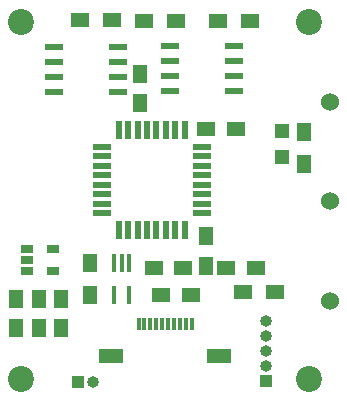
<source format=gts>
G04 #@! TF.FileFunction,Soldermask,Top*
%FSLAX46Y46*%
G04 Gerber Fmt 4.6, Leading zero omitted, Abs format (unit mm)*
G04 Created by KiCad (PCBNEW 4.0.5) date 02/14/18 20:32:28*
%MOMM*%
%LPD*%
G01*
G04 APERTURE LIST*
%ADD10C,0.100000*%
%ADD11R,0.300000X1.000000*%
%ADD12R,2.000000X1.300000*%
%ADD13R,1.500000X1.250000*%
%ADD14R,1.250000X1.500000*%
%ADD15R,1.000000X1.000000*%
%ADD16O,1.000000X1.000000*%
%ADD17R,1.500000X1.300000*%
%ADD18R,1.300000X1.500000*%
%ADD19R,1.060000X0.650000*%
%ADD20R,1.600000X0.550000*%
%ADD21R,0.550000X1.600000*%
%ADD22R,1.550000X0.600000*%
%ADD23R,0.400000X1.500000*%
%ADD24C,1.524000*%
%ADD25C,2.200000*%
%ADD26R,1.200000X1.200000*%
G04 APERTURE END LIST*
D10*
D11*
X115050000Y-81923000D03*
X114550000Y-81923000D03*
X114050000Y-81923000D03*
X113550000Y-81923000D03*
X113050000Y-81923000D03*
X115550000Y-81923000D03*
X116050000Y-81923000D03*
X116550000Y-81923000D03*
X117050000Y-81923000D03*
X117550000Y-81923000D03*
D12*
X110750000Y-84623000D03*
X119850000Y-84623000D03*
D13*
X118765000Y-65405000D03*
X121265000Y-65405000D03*
D14*
X118745000Y-74505500D03*
X118745000Y-77005500D03*
D13*
X114320000Y-77152500D03*
X116820000Y-77152500D03*
X122979500Y-77216000D03*
X120479500Y-77216000D03*
D14*
X102679500Y-82276000D03*
X102679500Y-79776000D03*
X106489500Y-79776000D03*
X106489500Y-82276000D03*
X113157000Y-63226000D03*
X113157000Y-60726000D03*
D13*
X114955000Y-79502000D03*
X117455000Y-79502000D03*
D14*
X104584500Y-79776000D03*
X104584500Y-82276000D03*
D15*
X123825000Y-86741000D03*
D16*
X123825000Y-85471000D03*
X123825000Y-84201000D03*
X123825000Y-82931000D03*
X123825000Y-81661000D03*
D17*
X124603500Y-79248000D03*
X121903500Y-79248000D03*
X116221500Y-56261000D03*
X113521500Y-56261000D03*
X108124000Y-56197500D03*
X110824000Y-56197500D03*
D18*
X108966000Y-79455000D03*
X108966000Y-76755000D03*
D19*
X103611500Y-75567500D03*
X103611500Y-76517500D03*
X103611500Y-77467500D03*
X105811500Y-77467500D03*
X105811500Y-75567500D03*
D20*
X118423000Y-72523000D03*
X118423000Y-71723000D03*
X118423000Y-70923000D03*
X118423000Y-70123000D03*
X118423000Y-69323000D03*
X118423000Y-68523000D03*
X118423000Y-67723000D03*
X118423000Y-66923000D03*
D21*
X116973000Y-65473000D03*
X116173000Y-65473000D03*
X115373000Y-65473000D03*
X114573000Y-65473000D03*
X113773000Y-65473000D03*
X112973000Y-65473000D03*
X112173000Y-65473000D03*
X111373000Y-65473000D03*
D20*
X109923000Y-66923000D03*
X109923000Y-67723000D03*
X109923000Y-68523000D03*
X109923000Y-69323000D03*
X109923000Y-70123000D03*
X109923000Y-70923000D03*
X109923000Y-71723000D03*
X109923000Y-72523000D03*
D21*
X111373000Y-73973000D03*
X112173000Y-73973000D03*
X112973000Y-73973000D03*
X113773000Y-73973000D03*
X114573000Y-73973000D03*
X115373000Y-73973000D03*
X116173000Y-73973000D03*
X116973000Y-73973000D03*
D22*
X105885000Y-58483500D03*
X105885000Y-59753500D03*
X105885000Y-61023500D03*
X105885000Y-62293500D03*
X111285000Y-62293500D03*
X111285000Y-61023500D03*
X111285000Y-59753500D03*
X111285000Y-58483500D03*
X121127500Y-62166500D03*
X121127500Y-60896500D03*
X121127500Y-59626500D03*
X121127500Y-58356500D03*
X115727500Y-58356500D03*
X115727500Y-59626500D03*
X115727500Y-60896500D03*
X115727500Y-62166500D03*
D23*
X112283000Y-76775000D03*
X111633000Y-76775000D03*
X110983000Y-76775000D03*
X110983000Y-79435000D03*
X112283000Y-79435000D03*
D18*
X127063500Y-68342500D03*
X127063500Y-65642500D03*
D24*
X129254000Y-80010000D03*
X129254000Y-71501000D03*
X129254000Y-63119000D03*
D17*
X119808000Y-56261000D03*
X122508000Y-56261000D03*
D25*
X103124000Y-86614000D03*
X127508000Y-56388000D03*
X127508000Y-86614000D03*
X103124000Y-56388000D03*
D26*
X125222000Y-65575000D03*
X125222000Y-67775000D03*
D15*
X107950000Y-86868000D03*
D16*
X109220000Y-86868000D03*
M02*

</source>
